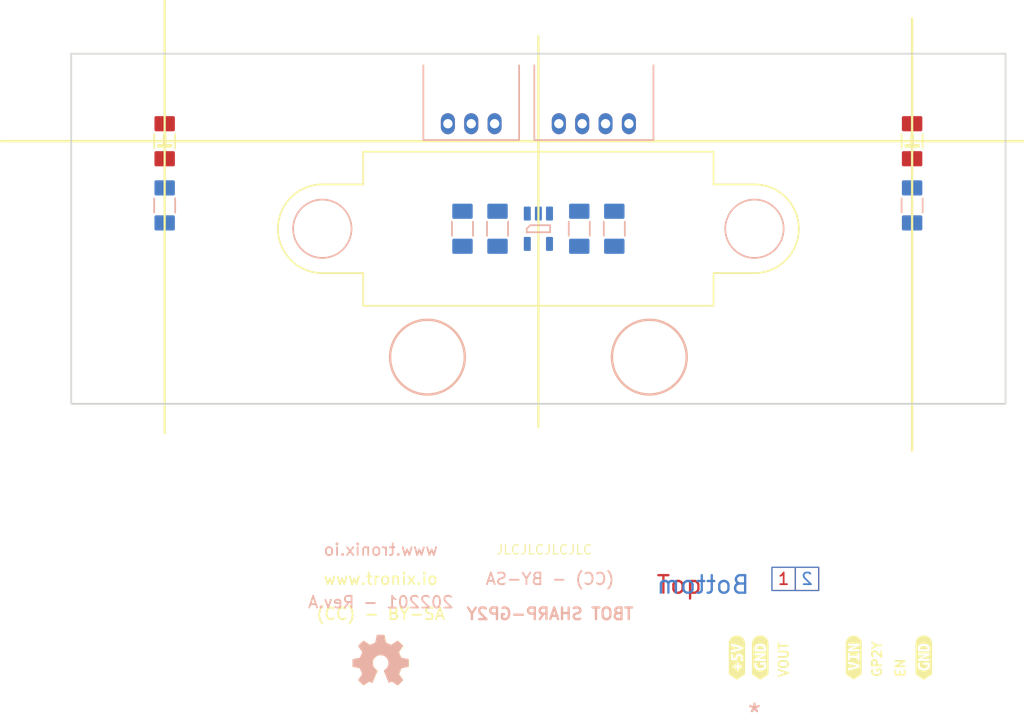
<source format=kicad_pcb>
(kicad_pcb (version 20221018) (generator pcbnew)
  (title_block (title "TBOT - SHARP-GP2Y") (date "01/2022") (rev "A"))
  (layers (0 "F.Cu" signal) (31 "B.Cu" signal) (34 "B.Paste" user) (35 "F.Paste" user) (36 "B.SilkS" user "B.Silkscreen") (37 "F.SilkS" user "F.Silkscreen") (38 "B.Mask" user) (39 "F.Mask" user) (44 "Edge.Cuts" user))
  (net 0 "")
  (net 1 "GND")
  (net 2 "+5V")
  (net 3 "VIN")
  (net 4 "Net-(LED1-A)")
  (net 5 "MCU_ENABLE")
  (net 7 "GP2Y_OUT")
  (net 8 "Net-(LED2-A)")
  (footprint "tronixio:OSHW-5MM" (layer "F.Cu") (at 110.5 122)
    (fp_text reference "GT" hide)
    (fp_text value "LOGO" hide)
    (fp_poly (pts (xy 0.112503 -2.205305) (xy 0.188585 -2.204991) (xy 0.245175 -2.204139) (xy 0.285349 -2.202485) (xy 0.312183 -2.19976) (xy 0.328754 -2.195697) (xy 0.338137 -2.190029) (xy 0.343407 -2.182489) (xy 0.346067 -2.176502) (xy 0.351819 -2.155872) (xy 0.361219 -2.114019) (xy 0.373445 -2.054971) (xy 0.387673 -1.982754) (xy 0.403082 -1.901397) (xy 0.410766 -1.859685) (xy 0.426304 -1.776128) (xy 0.440921 -1.700487) (xy 0.453831 -1.636607) (xy 0.464245 -1.58833) (xy 0.471376 -1.559501) (xy 0.473495 -1.553524) (xy 0.487624 -1.543829) (xy 0.520987 -1.52669) (xy 0.568967 -1.504087) (xy 0.626948 -1.477998) (xy 0.690314 -1.450405) (xy 0.754449 -1.423285) (xy 0.814737 -1.398618) (xy 0.866561 -1.378383) (xy 0.905305 -1.36456) (xy 0.926354 -1.359128) (xy 0.92691 -1.359112) (xy 0.941518 -1.366107) (xy 0.97411 -1.385773) (xy 1.021624 -1.416127) (xy 1.080997 -1.455189) (xy 1.149167 -1.500978) (xy 1.204337 -1.538617) (xy 1.276991 -1.58813) (xy 1.343025 -1.632413) (xy 1.399403 -1.669487) (xy 1.443088 -1.697374) (xy 1.471043 -1.714097) (xy 1.47988 -1.718122) (xy 1.493641 -1.709282) (xy 1.521915 -1.684807) (xy 1.561669 -1.647768) (xy 1.609873 -1.601234) (xy 1.663495 -1.548276) (xy 1.719505 -1.491962) (xy 1.774871 -1.435363) (xy 1.826562 -1.381549) (xy 1.871548 -1.33359) (xy 1.906797 -1.294555) (xy 1.929278 -1.267514) (xy 1.936093 -1.256075) (xy 1.930212 -1.239792) (xy 1.912193 -1.207543) (xy 1.881475 -1.158462) (xy 1.837495 -1.091686) (xy 1.779689 -1.00635) (xy 1.707495 -0.901591) (xy 1.671879 -0.850344) (xy 1.638824 -0.80126) (xy 1.612148 -0.758563) (xy 1.594893 -0.727324) (xy 1.589904 -0.713655) (xy 1.594754 -0.697334) (xy 1.608013 -0.662128) (xy 1.62775 -0.612617) (xy 1.652031 -0.55338) (xy 1.678922 -0.488996) (xy 1.706491 -0.424047) (xy 1.732803 -0.363111) (xy 1.755927 -0.310768) (xy 1.773928 -0.271598) (xy 1.784874 -0.25018) (xy 1.786526 -0.247868) (xy 1.800495 -0.243726) (xy 1.836105 -0.235699) (xy 1.889773 -0.224522) (xy 1.957915 -0.210929) (xy 2.036948 -0.195656) (xy 2.090365 -0.185568) (xy 2.175183 -0.169544) (xy 2.252099 -0.15474) (xy 2.317349 -0.141901) (xy 2.367173 -0.131773) (xy 2.397809 -0.125104) (xy 2.405431 -0.123066) (xy 2.411063 -0.116814) (xy 2.415426 -0.101095) (xy 2.418668 -0.073197) (xy 2.420933 -0.030409) (xy 2.422366 0.02998) (xy 2.423114 0.110684) (xy 2.423321 0.210293) (xy 2.423202 0.310587) (xy 2.422711 0.388201) (xy 2.421649 0.446096) (xy 2.419816 0.487237) (xy 2.417013 0.514584) (xy 2.41304 0.531101) (xy 2.407697 0.53975) (xy 2.400883 0.543466) (xy 2.378661 0.548625) (xy 2.338314 0.556746) (xy 2.286985 0.566415) (xy 2.263049 0.570744) (xy 2.127407 0.595376) (xy 2.016332 0.616479) (xy 1.929018 0.634225) (xy 1.864656 0.64879) (xy 1.82244 0.660347) (xy 1.801562 0.66907) (xy 1.79987 0.670496) (xy 1.791465 0.686078) (xy 1.775685 0.720992) (xy 1.754362 0.770707) (xy 1.729327 0.830694) (xy 1.702414 0.896422) (xy 1.675454 0.96336) (xy 1.650281 1.026979) (xy 1.628726 1.082748) (xy 1.612622 1.126137) (xy 1.603801 1.152615) (xy 1.602692 1.157988) (xy 1.610028 1.172767) (xy 1.63143 1.207108) (xy 1.666036 1.259722) (xy 1.712983 1.329322) (xy 1.771408 1.414621) (xy 1.840447 1.51433) (xy 1.867654 1.553391) (xy 1.897811 1.599113) (xy 1.921185 1.639288) (xy 1.934376 1.667841) (xy 1.936093 1.675677) (xy 1.927103 1.692014) (xy 1.901418 1.723855) (xy 1.860965 1.769075) (xy 1.807672 1.82555) (xy 1.743466 1.891154) (xy 1.71296 1.921664) (xy 1.643302 1.990709) (xy 1.589314 2.043494) (xy 1.548612 2.081971) (xy 1.518813 2.108091) (xy 1.497532 2.123805) (xy 1.482386 2.131066) (xy 1.470991 2.131825) (xy 1.460964 2.128033) (xy 1.460917 2.128008) (xy 1.441892 2.116253) (xy 1.405419 2.09234) (xy 1.355138 2.058707) (xy 1.294686 2.017792) (xy 1.227702 1.972033) (xy 1.210483 1.960205) (xy 1.143557 1.914694) (xy 1.083189 1.874607) (xy 1.032748 1.842104) (xy 0.995605 1.819344) (xy 0.975129 1.808488) (xy 0.972784 1.807875) (xy 0.955044 1.813477) (xy 0.920428 1.82855) (xy 0.874685 1.850498) (xy 0.843591 1.866246) (xy 0.794692 1.890329) (xy 0.754091 1.908142) (xy 0.727189 1.917434) (xy 0.719661 1.917874) (xy 0.71184 1.904564) (xy 0.695873 1.87093) (xy 0.673276 1.820398) (xy 0.645566 1.756397) (xy 0.614262 1.682354) (xy 0.595951 1.638326) (xy 0.555205 1.539832) (xy 0.509885 1.430374) (xy 0.463588 1.318629) (xy 0.419909 1.213275) (xy 0.382617 1.123407) (xy 0.352192 1.049365) (xy 0.325466 0.982847) (xy 0.303922 0.927668) (xy 0.289044 0.887646) (xy 0.282318 0.866596) (xy 0.28208 0.86489) (xy 0.291868 0.850064) (xy 0.317767 0.825757) (xy 0.354572 0.796754) (xy 0.362216 0.791216) (xy 0.47362 0.699405) (xy 0.560778 0.600114) (xy 0.624272 0.492284) (xy 0.664684 0.374854) (xy 0.682594 0.246763) (xy 0.683668 0.205149) (xy 0.672966 0.079705) (xy 0.639876 -0.035509) (xy 0.583362 -0.143051) (xy 0.502387 -0.245478) (xy 0.500128 -0.247901) (xy 0.404266 -0.332655) (xy 0.297367 -0.395917) (xy 0.182586 -0.437559) (xy 0.063074 -0.45745) (xy -0.058015 -0.455461) (xy -0.177529 -0.431461) (xy -0.292317 -0.38532) (xy -0.399224 -0.316909) (xy -0.435557 -0.286461) (xy -0.524789 -0.19034) (xy -0.590858 -0.083248) (xy -0.63358 0.034398) (xy -0.65277 0.162186) (xy -0.653912 0.203806) (xy -0.64477 0.331905) (xy -0.616397 0.446756) (xy -0.567372 0.551025) (xy -0.496276 0.647379) (xy -0.401689 0.738486) (xy -0.345898 0.782346) (xy -0.305473 0.814275) (xy -0.274554 0.84243) (xy -0.257973 0.862253) (xy -0.256436 0.866724) (xy -0.261189 0.882472) (xy -0.274692 0.919019) (xy -0.295811 0.973504) (xy -0.323413 1.043065) (xy -0.356365 1.124837) (xy -0.393532 1.21596) (xy -0.424781 1.291835) (xy -0.466473 1.392714) (xy -0.506757 1.490316) (xy -0.54414 1.581016) (xy -0.57713 1.661187) (xy -0.604234 1.727202) (xy -0.623959 1.775436) (xy -0.631922 1.795053) (xy -0.656173 1.85428) (xy -0.675445 1.89208) (xy -0.695005 1.910535) (xy -0.720119 1.911726) (xy -0.756055 1.897735) (xy -0.80808 1.870643) (xy -0.814523 1.867212) (xy -0.863833 1.841835) (xy -0.905672 1.821875) (xy -0.934272 1.810004) (xy -0.942679 1.807875) (xy -0.957624 1.814831) (xy -0.990452 1.834339) (xy -1.037961 1.864353) (xy -1.096948 1.902829) (xy -1.164211 1.947723) (xy -1.20379 1.974558) (xy -1.273782 2.022017) (xy -1.336742 2.064219) (xy -1.389581 2.099132) (xy -1.429212 2.124728) (xy -1.452547 2.138976) (xy -1.457362 2.141242) (xy -1.468597 2.132572) (xy -1.495354 2.108206) (xy -1.53505 2.070611) (xy -1.585104 2.022252) (xy -1.642932 1.965596) (xy -1.688443 1.920545) (xy -1.754363 1.854061) (xy -1.811428 1.794627) (xy -1.857492 1.744605) (xy -1.890411 1.706358) (xy -1.908038 1.682247) (xy -1.910449 1.676115) (xy -1.903342 1.656709) (xy -1.88402 1.621725) (xy -1.855484 1.576225) (xy -1.822794 1.528185) (xy -1.761853 1.44109) (xy -1.706889 1.361082) (xy -1.659529 1.29063) (xy -1.621397 1.232204) (xy -1.594118 1.188276) (xy -1.579316 1.161316) (xy -1.577082 1.154608) (xy -1.581837 1.136716) (xy -1.594857 1.099854) (xy -1.614275 1.048609) (xy -1.638222 0.987568) (xy -1.664831 0.921316) (xy -1.692235 0.854442) (xy -1.718566 0.791531) (xy -1.741957 0.737171) (xy -1.76054 0.695948) (xy -1.772447 0.672449) (xy -1.774702 0.66925) (xy -1.791569 0.66222) (xy -1.829891 0.651729) (xy -1.885847 0.638647) (xy -1.955617 0.623842) (xy -2.035381 0.608183) (xy -2.07828 0.60022) (xy -2.161621 0.584627) (xy -2.236906 0.569745) (xy -2.300315 0.556391) (xy -2.348033 0.545387) (xy -2.37624 0.537551) (xy -2.381867 0.535051) (xy -2.387099 0.524908) (xy -2.390991 0.502231) (xy -2.393638 0.46456) (xy -2.395134 0.409435) (xy -2.395573 0.334397) (xy -2.39505 0.236985) (xy -2.394689 0.200194) (xy -2.391267 -0.121807) (xy -2.282282 -0.143659) (xy -2.229898 -0.153965) (xy -2.160108 -0.167419) (xy -2.080727 -0.182526) (xy -1.999569 -0.197795) (xy -1.970053 -0.203298) (xy -1.900658 -0.216734) (xy -1.840162 -0.229455) (xy -1.793065 -0.240437) (xy -1.763866 -0.248652) (xy -1.756665 -0.251967) (xy -1.746988 -0.268752) (xy -1.729936 -0.304533) (xy -1.707477 -0.354612) (xy -1.681582 -0.414291) (xy -1.654218 -0.478872) (xy -1.627353 -0.543658) (xy -1.602957 -0.60395) (xy -1.582998 -0.65505) (xy -1.569445 -0.692261) (xy -1.564266 -0.710885) (xy -1.564261 -0.711124) (xy -1.571273 -0.727773) (xy -1.590937 -0.762151) (xy -1.621195 -0.810982) (xy -1.659988 -0.870991) (xy -1.705259 -0.938901) (xy -1.732615 -0.979077) (xy -1.780965 -1.050145) (xy -1.82446 -1.115201) (xy -1.860949 -1.170937) (xy -1.888284 -1.214046) (xy -1.904314 -1.24122) (xy -1.907531 -1.248169) (xy -1.904717 -1.261112) (xy -1.890381 -1.283286) (xy -1.863069 -1.316351) (xy -1.821325 -1.361969) (xy -1.763692 -1.421801) (xy -1.691232 -1.494988) (xy -1.628982 -1.55669) (xy -1.572135 -1.611849) (xy -1.523344 -1.657988) (xy -1.485263 -1.692627) (xy -1.460542 -1.713289) (xy -1.452414 -1.718122) (xy -1.437782 -1.711105) (xy -1.405251 -1.6914) (xy -1.357928 -1.661025) (xy -1.298923 -1.621998) (xy -1.231343 -1.576338) (xy -1.183018 -1.543181) (xy -1.111112 -1.493886) (xy -1.04544 -1.44951) (xy -0.989183 -1.41215) (xy -0.945519 -1.383901) (xy -0.917627 -1.36686) (xy -0.90944 -1.362781) (xy -0.891885 -1.365776) (xy -0.855505 -1.377082) (xy -0.805012 -1.394838) (xy -0.745121 -1.417183) (xy -0.680546 -1.442257) (xy -0.616001 -1.468199) (xy -0.5562 -1.493147) (xy -0.505857 -1.515243) (xy -0.469686 -1.532623) (xy -0.45278 -1.543038) (xy -0.446293 -1.559308) (xy -0.436108 -1.597206) (xy -0.423041 -1.653118) (xy -0.407909 -1.723429) (xy -0.391528 -1.804525) (xy -0.378917 -1.870225) (xy -0.362481 -1.956759) (xy -0.347254 -2.035011) (xy -0.333961 -2.101421) (xy -0.323321 -2.152432) (xy -0.316058 -2.184486) (xy -0.31324 -2.193976) (xy -0.299005 -2.197095) (xy -0.262664 -2.199887) (xy -0.207755 -2.20223) (xy -0.137813 -2.204) (xy -0.056376 -2.205075) (xy 0.013853 -2.205351)) (fill solid) (layer "F.SilkS"))
  )
  (footprint "tronixio:LED-SMD-1206" (layer "F.Cu") (at 92 77.5 -90)
    (fp_text reference "LED1" hide)
    (fp_text value "Power")
    (fp_line (start -0.6 -0.9) (end 0.6 -0.9) (stroke (width 0.15)) (layer "F.SilkS"))
    (fp_line (start -0.6 0.9) (end 0.6 0.9) (stroke (width 0.15)) (layer "F.SilkS"))
    (fp_poly (pts (xy 0.5 0.6) (xy 0.3 0.6) (xy 0.3 0.1) (xy -0.5 0.1) (xy -0.5 -0.1) (xy 0.3 -0.1) (xy 0.3 -0.6) (xy 0.5 -0.6)) (stroke (width 0.1)) (fill solid) (layer "F.SilkS"))
    (pad "1" smd roundrect (at -1.5 0 270) (size 1.3 1.75) (layers "F.Cu" "F.Paste" "F.Mask") (roundrect_rratio 0.1) (net 1 "GND"))
    (pad "2" smd roundrect (at 1.5 0 270) (size 1.3 1.75) (layers "F.Cu" "F.Paste" "F.Mask") (roundrect_rratio 0.1) (net 4 "Net-(LED1-A)"))
  )
  (footprint "tronixio:LED-SMD-1206" (layer "F.Cu") (at 156 77.5 -90)
    (fp_text reference "LED2" hide)
    (fp_text value "Power")
    (fp_line (start -0.6 -0.9) (end 0.6 -0.9) (stroke (width 0.15)) (layer "F.SilkS"))
    (fp_line (start -0.6 0.9) (end 0.6 0.9) (stroke (width 0.15)) (layer "F.SilkS"))
    (fp_poly (pts (xy 0.5 0.6) (xy 0.3 0.6) (xy 0.3 0.1) (xy -0.5 0.1) (xy -0.5 -0.1) (xy 0.3 -0.1) (xy 0.3 -0.6) (xy 0.5 -0.6)) (stroke (width 0.1)) (fill solid) (layer "F.SilkS"))
    (pad "1" smd roundrect (at -1.5 0 270) (size 1.3 1.75) (layers "F.Cu" "F.Paste" "F.Mask") (roundrect_rratio 0.1) (net 1 "GND"))
    (pad "2" smd roundrect (at 1.5 0 270) (size 1.3 1.75) (layers "F.Cu" "F.Paste" "F.Mask") (roundrect_rratio 0.1) (net 8 "Net-(LED2-A)"))
  )
  (footprint "kibuzzard-6288C56E" (layer "F.Cu") (at 157 121.75 90)
    (fp_text reference "kibuzzard-6288C56E" hide)
    (fp_text value "G***" hide)
    (fp_poly (pts (xy 0.724628 0.333375) (xy 0.74209 0.334962) (xy 0.759553 0.334962) (xy 0.871471 0.309562) (xy 0.944496 0.239712) (xy 0.984184 0.134144) (xy 0.993114 0.070048) (xy 0.99609 0) (xy 0.986565 -0.123825) (xy 0.953228 -0.230188) (xy 0.88814 -0.304006) (xy 0.781778 -0.331788) (xy 0.753203 -0.330994) (xy 0.724628 -0.327025) (xy 0.724628 0.333375)) (fill solid) (layer "F.SilkS"))
    (fp_poly (pts (xy -1.100997 -0.7112) (xy -1.431727 -0.7112) (xy -1.90586 0) (xy -1.431727 0.7112) (xy -1.100997 0.7112) (xy -0.69936 0.7112) (xy -0.69936 0.512762) (xy -0.786871 0.504627) (xy -0.865254 0.480219) (xy -0.933715 0.439737) (xy -0.99146 0.383381) (xy -1.037894 0.31115) (xy -1.072422 0.223044) (xy -1.093854 0.119261) (xy -1.100997 0) (xy -1.092663 -0.11807) (xy -1.06766 -0.221456) (xy -1.028369 -0.309761) (xy -0.977172 -0.382588) (xy -0.914863 -0.439539) (xy -0.842235 -0.480219) (xy -0.761669 -0.504627) (xy -0.675547 -0.512763) (xy -0.573154 -0.504031) (xy -0.494572 -0.484188) (xy -0.439804 -0.460375) (xy -0.40726 -0.441325) (xy -0.45806 -0.28575) (xy -0.543785 -0.325438) (xy -0.64856 -0.3429) (xy -0.766035 -0.3175) (xy -0.844616 -0.246856) (xy -0.889066 -0.138906) (xy -0.899186 -0.072827) (xy -0.90256 0) (xy -0.896386 0.107156) (xy -0.877865 0.193675) (xy -0.846997 0.259556) (xy -0.778338 0.322064) (xy -0.683485 0.3429) (xy -0.645385 0.341312) (xy -0.607285 0.33655) (xy -0.607285 -0.022225) (xy -0.412022 -0.022225) (xy -0.412022 0.468312) (xy -0.520766 0.496887) (xy -0.602324 0.508794) (xy -0.69936 0.512762) (xy -0.69936 0.7112) (xy 0.213453 0.7112) (xy 0.213453 0.492125) (xy 0.16768 0.383205) (xy 0.119261 0.274461) (xy 0.068196 0.165894) (xy 0.014486 0.057326) (xy -0.04187 -0.051417) (xy -0.100872 -0.160338) (xy -0.100872 0.492125) (xy -0.277085 0.492125) (xy -0.277085 -0.490538) (xy -0.119922 -0.490538) (xy -0.075472 -0.417711) (xy -0.031022 -0.338931) (xy 0.012832 -0.257373) (xy 0.055496 -0.176213) (xy 0.095978 -0.096441) (xy 0.133284 -0.01905) (xy 0.166423 0.052387) (xy 0.194403 0.1143) (xy 0.194403 -0.490538) (xy 0.370615 -0.490538) (xy 0.370615 0.492125) (xy 0.213453 0.492125) (xy 0.213453 0.7112) (xy 0.738915 0.7112) (xy 0.738915 0.504825) (xy 0.636521 0.499269) (xy 0.529365 0.481012) (xy 0.529365 -0.477838) (xy 0.654778 -0.496888) (xy 0.764315 -0.50165) (xy 0.856985 -0.494506) (xy 0.941321 -0.473075) (xy 1.015339 -0.436364) (xy 1.077053 -0.383381) (xy 1.126464 -0.313928) (xy 1.163571 -0.227806) (xy 1.186789 -0.123627) (xy 1.194528 0) (xy 1.185995 0.126405) (xy 1.160396 0.232569) (xy 1.119717 0.319683) (xy 1.06594 0.388937) (xy 0.99986 0.441127) (xy 0.922271 0.477044) (xy 0.83476 0.49788) (xy 0.738915 0.504825) (xy 0.738915 0.7112) (xy 1.194528 0.7112) (xy 1.19466 0.7112) (xy 1.26437 0.707775) (xy 1.333408 0.697534) (xy 1.40111 0.680576) (xy 1.466824 0.657063) (xy 1.529917 0.627222) (xy 1.589781 0.591341) (xy 1.64584 0.549765) (xy 1.697554 0.502894) (xy 1.744425 0.45118) (xy 1.786001 0.395122) (xy 1.821882 0.335257) (xy 1.851723 0.272164) (xy 1.875236 0.20645) (xy 1.892194 0.138748) (xy 1.902435 0.06971) (xy 1.90586 0) (xy 1.902435 -0.06971) (xy 1.892194 -0.138748) (xy 1.875236 -0.20645) (xy 1.851723 -0.272164) (xy 1.821882 -0.335257) (xy 1.786001 -0.395122) (xy 1.744425 -0.45118) (xy 1.697554 -0.502894) (xy 1.64584 -0.549765) (xy 1.589781 -0.591341) (xy 1.529917 -0.627222) (xy 1.466824 -0.657063) (xy 1.40111 -0.680576) (xy 1.333408 -0.697534) (xy 1.26437 -0.707775) (xy 1.19466 -0.7112) (xy 1.194528 -0.7112) (xy -1.100997 -0.7112)) (fill solid) (layer "F.SilkS"))
  )
  (footprint "kibuzzard-6288C554" (layer "F.Cu") (at 141 121.75 90)
    (fp_text reference "kibuzzard-6288C554" hide)
    (fp_text value "G***" hide)
    (fp_poly (pts (xy -1.100733 -0.700088) (xy -1.431462 -0.700088) (xy -1.898187 0) (xy -1.431462 0.700088) (xy -1.100733 0.700088) (xy -0.68322 0.700088) (xy -0.68322 0.420688) (xy -0.851495 0.420688) (xy -0.851495 0.144462) (xy -1.100733 0.144462) (xy -1.100733 -0.015875) (xy -0.851495 -0.015875) (xy -0.851495 -0.2921) (xy -0.68322 -0.2921) (xy -0.68322 -0.015875) (xy -0.433983 -0.015875) (xy -0.433983 0.144462) (xy -0.68322 0.144462) (xy -0.68322 0.420688) (xy -0.68322 0.700088) (xy -0.049808 0.700088) (xy -0.049808 0.50165) (xy -0.127595 0.496887) (xy -0.203795 0.484981) (xy -0.269677 0.468312) (xy -0.31492 0.45085) (xy -0.275233 0.288925) (xy -0.186333 0.320675) (xy -0.125611 0.331391) (xy -0.051395 0.334963) (xy 0.043061 0.322263) (xy 0.101798 0.289719) (xy 0.131167 0.244475) (xy 0.139105 0.192087) (xy 0.125611 0.116681) (xy 0.071636 0.057944) (xy -0.043458 0.019844) (xy -0.12958 0.009723) (xy -0.23872 0.00635) (xy -0.224433 -0.125611) (xy -0.21332 -0.254794) (xy -0.204986 -0.380405) (xy -0.199033 -0.50165) (xy 0.302617 -0.50165) (xy 0.302617 -0.339725) (xy -0.03552 -0.339725) (xy -0.043458 -0.233363) (xy -0.051395 -0.142875) (xy 0.068726 -0.126647) (xy 0.166621 -0.094897) (xy 0.242292 -0.047625) (xy 0.296091 0.014817) (xy 0.32837 0.092075) (xy 0.33913 0.18415) (xy 0.315317 0.310356) (xy 0.242292 0.411162) (xy 0.187127 0.449262) (xy 0.120055 0.477838) (xy 0.041077 0.495697) (xy -0.049808 0.50165) (xy -0.049808 0.700088) (xy 0.718542 0.700088) (xy 0.718542 0.481012) (xy 0.679252 0.364331) (xy 0.63758 0.233362) (xy 0.609534 0.141376) (xy 0.582546 0.049565) (xy 0.556617 -0.042069) (xy 0.532099 -0.131939) (xy 0.509345 -0.218458) (xy 0.488355 -0.301625) (xy 0.462161 -0.41275) (xy 0.443905 -0.50165) (xy 0.65028 -0.50165) (xy 0.662186 -0.419298) (xy 0.678855 -0.324644) (xy 0.698897 -0.22225) (xy 0.720923 -0.116681) (xy 0.744736 -0.010319) (xy 0.770136 0.094456) (xy 0.796131 0.19308) (xy 0.82173 0.280987) (xy 0.84713 0.19427) (xy 0.87253 0.096044) (xy 0.897136 -0.008731) (xy 0.920155 -0.115094) (xy 0.941586 -0.220861) (xy 0.96143 -0.32385) (xy 0.978892 -0.4191) (xy 0.99318 -0.50165) (xy 1.197967 -0.50165) (xy 1.176734 -0.400844) (xy 1.151136 -0.288925) (xy 1.12137 -0.168473) (xy 1.087636 -0.042069) (xy 1.06303 0.044715) (xy 1.036836 0.132556) (xy 1.009055 0.221456) (xy 0.980127 0.309915) (xy 0.950494 0.396434) (xy 0.920155 0.481012) (xy 0.718542 0.481012) (xy 0.718542 0.700088) (xy 1.197967 0.700088) (xy 1.198099 0.700088) (xy 1.26672 0.696716) (xy 1.33468 0.686636) (xy 1.401324 0.669942) (xy 1.466011 0.646797) (xy 1.528118 0.617422) (xy 1.587047 0.582101) (xy 1.64223 0.541175) (xy 1.693136 0.495037) (xy 1.739274 0.444131) (xy 1.780201 0.388948) (xy 1.815522 0.330019) (xy 1.844896 0.267912) (xy 1.868041 0.203225) (xy 1.884735 0.13658) (xy 1.894816 0.068621) (xy 1.898187 0) (xy 1.894816 -0.068621) (xy 1.884735 -0.13658) (xy 1.868041 -0.203225) (xy 1.844896 -0.267912) (xy 1.815522 -0.330019) (xy 1.780201 -0.388948) (xy 1.739274 -0.444131) (xy 1.693136 -0.495037) (xy 1.64223 -0.541175) (xy 1.587047 -0.582101) (xy 1.528118 -0.617422) (xy 1.466011 -0.646797) (xy 1.401324 -0.669942) (xy 1.33468 -0.686636) (xy 1.26672 -0.696716) (xy 1.198099 -0.700088) (xy 1.197967 -0.700088) (xy -1.100733 -0.700088)) (fill solid) (layer "F.SilkS"))
  )
  (footprint "tronixio:SHARP-GP2Y0A" (layer "F.Cu") (at 124 85)
    (fp_text reference "IR1" hide)
    (fp_text value "GP2Y0xx1")
    (fp_circle (center -18.5 0) (end -16 0) (stroke (width 0.15)) (fill none) (layer "B.SilkS"))
    (fp_circle (center 18.5 0) (end 21 0) (stroke (width 0.15)) (fill none) (layer "B.SilkS"))
    (fp_line (start -18.5 3.8) (end -15 3.8) (stroke (width 0.15)) (layer "F.SilkS"))
    (fp_line (start -15 -6.6) (end -15 -3.8) (stroke (width 0.15)) (layer "F.SilkS"))
    (fp_line (start -15 -6.6) (end 15 -6.6) (stroke (width 0.15)) (layer "F.SilkS"))
    (fp_line (start -15 -3.8) (end -18.5 -3.8) (stroke (width 0.15)) (layer "F.SilkS"))
    (fp_line (start -15 3.8) (end -15 6.6) (stroke (width 0.15)) (layer "F.SilkS"))
    (fp_line (start -15 6.6) (end 15 6.6) (stroke (width 0.15)) (layer "F.SilkS"))
    (fp_line (start 15 -3.8) (end 15 -6.6) (stroke (width 0.15)) (layer "F.SilkS"))
    (fp_line (start 15 3.8) (end 18.5 3.8) (stroke (width 0.15)) (layer "F.SilkS"))
    (fp_line (start 15 6.6) (end 15 3.8) (stroke (width 0.15)) (layer "F.SilkS"))
    (fp_line (start 18.5 -3.8) (end 15 -3.8) (stroke (width 0.15)) (layer "F.SilkS"))
    (fp_arc (start -18.5 3.8) (mid -22.3 0) (end -18.5 -3.8) (stroke (width 0.15)) (layer "F.SilkS"))
    (fp_arc (start 18.5 -3.8) (mid 22.3 0) (end 18.5 3.8) (stroke (width 0.15)) (layer "F.SilkS"))
    (pad "" np_thru_hole circle (at -18.5 0) (size 3 3) (drill 3) (layers "F&B.Cu" "*.Mask") (clearance 1))
    (pad "" np_thru_hole circle (at 18.5 0) (size 3 3) (drill 3) (layers "F&B.Cu" "*.Mask") (clearance 1))
  )
  (footprint "kibuzzard-6288C567" (layer "F.Cu") (at 151 121.75 90)
    (fp_text reference "kibuzzard-6288C567" hide)
    (fp_text value "G***" hide)
    (fp_poly (pts (xy -1.093457 -0.689769) (xy -1.424186 -0.689769) (xy -1.884032 0) (xy -1.424186 0.689769) (xy -1.093457 0.689769) (xy -0.818819 0.689769) (xy -0.818819 0.491331) (xy -0.85811 0.37465) (xy -0.899782 0.243681) (xy -0.927828 0.151694) (xy -0.954815 0.059884) (xy -0.980744 -0.03175) (xy -1.005262 -0.12162) (xy -1.028016 -0.208139) (xy -1.049007 -0.291306) (xy -1.075201 -0.402431) (xy -1.093457 -0.491331) (xy -0.887082 -0.491331) (xy -0.875176 -0.40898) (xy -0.858507 -0.314325) (xy -0.838465 -0.211931) (xy -0.816438 -0.106363) (xy -0.792626 0) (xy -0.767226 0.104775) (xy -0.74123 0.203398) (xy -0.715632 0.291306) (xy -0.690232 0.204589) (xy -0.664832 0.106362) (xy -0.640226 0.001587) (xy -0.617207 -0.104775) (xy -0.595776 -0.210542) (xy -0.575932 -0.313531) (xy -0.558469 -0.408781) (xy -0.544182 -0.491331) (xy -0.339394 -0.491331) (xy -0.360627 -0.390525) (xy -0.386226 -0.278606) (xy -0.415991 -0.158155) (xy -0.449726 -0.03175) (xy -0.474332 0.055033) (xy -0.500526 0.142875) (xy -0.528307 0.231775) (xy -0.557235 0.320234) (xy -0.586868 0.406753) (xy -0.617207 0.491331) (xy -0.818819 0.491331) (xy -0.818819 0.689769) (xy -0.234619 0.689769) (xy -0.234619 0.491331) (xy -0.234619 0.329406) (xy -0.020307 0.329406) (xy -0.020307 -0.329406) (xy -0.234619 -0.329406) (xy -0.234619 -0.491331) (xy 0.389268 -0.491331) (xy 0.389268 -0.329406) (xy 0.176543 -0.329406) (xy 0.176543 0.329406) (xy 0.389268 0.329406) (xy 0.389268 0.491331) (xy -0.234619 0.491331) (xy -0.234619 0.689769) (xy 1.036968 0.689769) (xy 1.036968 0.491331) (xy 0.991195 0.382411) (xy 0.942777 0.273667) (xy 0.891712 0.1651) (xy 0.838002 0.056533) (xy 0.781645 -0.052211) (xy 0.722643 -0.161131) (xy 0.722643 0.491331) (xy 0.546431 0.491331) (xy 0.546431 -0.491331) (xy 0.703593 -0.491331) (xy 0.748043 -0.418505) (xy 0.792493 -0.339725) (xy 0.836348 -0.258167) (xy 0.879012 -0.177006) (xy 0.919493 -0.097234) (xy 0.956799 -0.019844) (xy 0.989939 0.051594) (xy 1.017918 0.113506) (xy 1.017918 -0.491331) (xy 1.194131 -0.491331) (xy 1.194131 0.491331) (xy 1.036968 0.491331) (xy 1.036968 0.689769) (xy 1.194131 0.689769) (xy 1.194263 0.689769) (xy 1.261872 0.686447) (xy 1.32883 0.676515) (xy 1.394492 0.660068) (xy 1.458226 0.637263) (xy 1.519418 0.608322) (xy 1.577478 0.573522) (xy 1.631848 0.533198) (xy 1.682003 0.48774) (xy 1.727461 0.437585) (xy 1.767785 0.383215) (xy 1.802585 0.325155) (xy 1.831526 0.263963) (xy 1.854331 0.200229) (xy 1.870778 0.134567) (xy 1.88071 0.067609) (xy 1.884032 0) (xy 1.88071 -0.067609) (xy 1.870778 -0.134567) (xy 1.854331 -0.200229) (xy 1.831526 -0.263963) (xy 1.802585 -0.325155) (xy 1.767785 -0.383215) (xy 1.727461 -0.437585) (xy 1.682003 -0.48774) (xy 1.631848 -0.533198) (xy 1.577478 -0.573522) (xy 1.519418 -0.608322) (xy 1.458226 -0.637263) (xy 1.394492 -0.660068) (xy 1.32883 -0.676515) (xy 1.261872 -0.686447) (xy 1.194263 -0.689769) (xy 1.194131 -0.689769) (xy -1.093457 -0.689769)) (fill solid) (layer "F.SilkS"))
  )
  (footprint "kibuzzard-6288C562" (layer "F.Cu") (at 143 121.75 90)
    (fp_text reference "kibuzzard-6288C562" hide)
    (fp_text value "G***" hide)
    (fp_poly (pts (xy 0.724628 0.333375) (xy 0.74209 0.334962) (xy 0.759553 0.334962) (xy 0.871471 0.309562) (xy 0.944496 0.239712) (xy 0.984184 0.134144) (xy 0.993114 0.070048) (xy 0.99609 0) (xy 0.986565 -0.123825) (xy 0.953228 -0.230188) (xy 0.88814 -0.304006) (xy 0.781778 -0.331788) (xy 0.753203 -0.330994) (xy 0.724628 -0.327025) (xy 0.724628 0.333375)) (fill solid) (layer "F.SilkS"))
    (fp_poly (pts (xy -1.100997 -0.7112) (xy -1.431727 -0.7112) (xy -1.90586 0) (xy -1.431727 0.7112) (xy -1.100997 0.7112) (xy -0.69936 0.7112) (xy -0.69936 0.512762) (xy -0.786871 0.504627) (xy -0.865254 0.480219) (xy -0.933715 0.439737) (xy -0.99146 0.383381) (xy -1.037894 0.31115) (xy -1.072422 0.223044) (xy -1.093854 0.119261) (xy -1.100997 0) (xy -1.092663 -0.11807) (xy -1.06766 -0.221456) (xy -1.028369 -0.309761) (xy -0.977172 -0.382588) (xy -0.914863 -0.439539) (xy -0.842235 -0.480219) (xy -0.761669 -0.504627) (xy -0.675547 -0.512763) (xy -0.573154 -0.504031) (xy -0.494572 -0.484188) (xy -0.439804 -0.460375) (xy -0.40726 -0.441325) (xy -0.45806 -0.28575) (xy -0.543785 -0.325438) (xy -0.64856 -0.3429) (xy -0.766035 -0.3175) (xy -0.844616 -0.246856) (xy -0.889066 -0.138906) (xy -0.899186 -0.072827) (xy -0.90256 0) (xy -0.896386 0.107156) (xy -0.877865 0.193675) (xy -0.846997 0.259556) (xy -0.778338 0.322064) (xy -0.683485 0.3429) (xy -0.645385 0.341312) (xy -0.607285 0.33655) (xy -0.607285 -0.022225) (xy -0.412022 -0.022225) (xy -0.412022 0.468312) (xy -0.520766 0.496887) (xy -0.602324 0.508794) (xy -0.69936 0.512762) (xy -0.69936 0.7112) (xy 0.213453 0.7112) (xy 0.213453 0.492125) (xy 0.16768 0.383205) (xy 0.119261 0.274461) (xy 0.068196 0.165894) (xy 0.014486 0.057326) (xy -0.04187 -0.051417) (xy -0.100872 -0.160338) (xy -0.100872 0.492125) (xy -0.277085 0.492125) (xy -0.277085 -0.490538) (xy -0.119922 -0.490538) (xy -0.075472 -0.417711) (xy -0.031022 -0.338931) (xy 0.012832 -0.257373) (xy 0.055496 -0.176213) (xy 0.095978 -0.096441) (xy 0.133284 -0.01905) (xy 0.166423 0.052387) (xy 0.194403 0.1143) (xy 0.194403 -0.490538) (xy 0.370615 -0.490538) (xy 0.370615 0.492125) (xy 0.213453 0.492125) (xy 0.213453 0.7112) (xy 0.738915 0.7112) (xy 0.738915 0.504825) (xy 0.636521 0.499269) (xy 0.529365 0.481012) (xy 0.529365 -0.477838) (xy 0.654778 -0.496888) (xy 0.764315 -0.50165) (xy 0.856985 -0.494506) (xy 0.941321 -0.473075) (xy 1.015339 -0.436364) (xy 1.077053 -0.383381) (xy 1.126464 -0.313928) (xy 1.163571 -0.227806) (xy 1.186789 -0.123627) (xy 1.194528 0) (xy 1.185995 0.126405) (xy 1.160396 0.232569) (xy 1.119717 0.319683) (xy 1.06594 0.388937) (xy 0.99986 0.441127) (xy 0.922271 0.477044) (xy 0.83476 0.49788) (xy 0.738915 0.504825) (xy 0.738915 0.7112) (xy 1.194528 0.7112) (xy 1.19466 0.7112) (xy 1.26437 0.707775) (xy 1.333408 0.697534) (xy 1.40111 0.680576) (xy 1.466824 0.657063) (xy 1.529917 0.627222) (xy 1.589781 0.591341) (xy 1.64584 0.549765) (xy 1.697554 0.502894) (xy 1.744425 0.45118) (xy 1.786001 0.395122) (xy 1.821882 0.335257) (xy 1.851723 0.272164) (xy 1.875236 0.20645) (xy 1.892194 0.138748) (xy 1.902435 0.06971) (xy 1.90586 0) (xy 1.902435 -0.06971) (xy 1.892194 -0.138748) (xy 1.875236 -0.20645) (xy 1.851723 -0.272164) (xy 1.821882 -0.335257) (xy 1.786001 -0.395122) (xy 1.744425 -0.45118) (xy 1.697554 -0.502894) (xy 1.64584 -0.549765) (xy 1.589781 -0.591341) (xy 1.529917 -0.627222) (xy 1.466824 -0.657063) (xy 1.40111 -0.680576) (xy 1.333408 -0.697534) (xy 1.26437 -0.707775) (xy 1.19466 -0.7112) (xy 1.194528 -0.7112) (xy -1.100997 -0.7112)) (fill solid) (layer "F.SilkS"))
  )
  (footprint "tronixio:MOUNTING-HOLE-3MM-MASK" (layer "B.Cu") (at 114.5 96 180)
    (fp_text reference "H2" hide)
    (fp_text value "MOUNTING-HOLE-MASK-3MM" hide)
    (fp_circle (center 0 0) (end 3.2 0) (stroke (width 0.2)) (fill none) (layer "B.SilkS"))
    (fp_circle (center 0 0) (end 3.2 0) (stroke (width 0.2)) (fill none) (layer "F.SilkS"))
    (pad "" np_thru_hole circle locked (at 0 0 180) (size 3 3) (drill 3) (layers "F&B.Cu" "*.Mask") (clearance 1.5))
  )
  (footprint "tronixio:CAPACITOR-SMD-1206" (layer "B.Cu") (at 127.5 85 -90)
    (fp_text reference "C2" hide)
    (fp_text value "1µ")
    (fp_line (start -0.6 -0.9) (end 0.6 -0.9) (stroke (width 0.15)) (layer "B.SilkS"))
    (fp_line (start -0.6 0.9) (end 0.6 0.9) (stroke (width 0.15)) (layer "B.SilkS"))
    (pad "1" smd roundrect (at -1.5 0 270) (size 1.3 1.75) (layers "B.Cu" "B.Paste" "B.Mask") (roundrect_rratio 0.1) (net 2 "+5V"))
    (pad "2" smd roundrect (at 1.5 0 270) (size 1.3 1.75) (layers "B.Cu" "B.Paste" "B.Mask") (roundrect_rratio 0.1) (net 1 "GND"))
  )
  (footprint "tronixio:RESISTOR-SMD-1206" (layer "B.Cu") (at 117.5 85 90)
    (fp_text reference "R4" hide)
    (fp_text value "10k")
    (fp_line (start -0.6 -0.9) (end 0.6 -0.9) (stroke (width 0.15)) (layer "B.SilkS"))
    (fp_line (start -0.6 0.9) (end 0.6 0.9) (stroke (width 0.15)) (layer "B.SilkS"))
    (pad "1" smd roundrect (at -1.5 0 90) (size 1.3 1.75) (layers "B.Cu" "B.Paste" "B.Mask") (roundrect_rratio 0.1) (net 2 "+5V"))
    (pad "2" smd roundrect (at 1.5 0 90) (size 1.3 1.75) (layers "B.Cu" "B.Paste" "B.Mask") (roundrect_rratio 0.1) (net 7 "GP2Y_OUT"))
  )
  (footprint "tronixio:SOT-23-5" (layer "B.Cu") (at 124 85 -90)
    (fp_text reference "U1" hide)
    (fp_text value "MCP1755-50")
    (fp_line (start -0.3 -1) (end 0.3 -1) (stroke (width 0.15)) (layer "B.SilkS"))
    (fp_line (start -0.3 0.7) (end -0.3 -1) (stroke (width 0.15)) (layer "B.SilkS"))
    (fp_line (start 0 1) (end -0.3 0.7) (stroke (width 0.15)) (layer "B.SilkS"))
    (fp_line (start 0.3 -1) (end 0.3 1) (stroke (width 0.15)) (layer "B.SilkS"))
    (fp_line (start 0.3 1) (end 0 1) (stroke (width 0.15)) (layer "B.SilkS"))
    (pad "1" smd roundrect (at -1.3 0.95 270) (size 1.2 0.6) (layers "B.Cu" "B.Paste" "B.Mask") (roundrect_rratio 0.15) (net 3 "VIN"))
    (pad "2" smd roundrect (at -1.3 0 270) (size 1.2 0.6) (layers "B.Cu" "B.Paste" "B.Mask") (roundrect_rratio 0.15) (net 1 "GND"))
    (pad "3" smd roundrect (at -1.3 -0.95 270) (size 1.2 0.6) (layers "B.Cu" "B.Paste" "B.Mask") (roundrect_rratio 0.15) (net 5 "MCU_ENABLE"))
    (pad "4" smd roundrect (at 1.3 -0.95 270) (size 1.2 0.6) (layers "B.Cu" "B.Paste" "B.Mask") (roundrect_rratio 0.15))
    (pad "5" smd roundrect (at 1.3 0.95 270) (size 1.2 0.6) (layers "B.Cu" "B.Paste" "B.Mask") (roundrect_rratio 0.15) (net 2 "+5V"))
  )
  (footprint "tronixio:CAPACITOR-SMD-1206" (layer "B.Cu") (at 120.5 85 -90)
    (fp_text reference "C1" hide)
    (fp_text value "1µ")
    (fp_line (start -0.6 -0.9) (end 0.6 -0.9) (stroke (width 0.15)) (layer "B.SilkS"))
    (fp_line (start -0.6 0.9) (end 0.6 0.9) (stroke (width 0.15)) (layer "B.SilkS"))
    (pad "1" smd roundrect (at -1.5 0 270) (size 1.3 1.75) (layers "B.Cu" "B.Paste" "B.Mask") (roundrect_rratio 0.1) (net 3 "VIN"))
    (pad "2" smd roundrect (at 1.5 0 270) (size 1.3 1.75) (layers "B.Cu" "B.Paste" "B.Mask") (roundrect_rratio 0.1) (net 1 "GND"))
  )
  (footprint "tronixio:MOUNTING-HOLE-3MM-MASK" (layer "B.Cu") (at 133.5 96 90)
    (fp_text reference "H1" hide)
    (fp_text value "MOUNTING-HOLE-MASK-3MM" hide)
    (fp_circle (center 0 0) (end 3.2 0) (stroke (width 0.2)) (fill none) (layer "B.SilkS"))
    (fp_circle (center 0 0) (end 3.2 0) (stroke (width 0.2)) (fill none) (layer "F.SilkS"))
    (pad "" np_thru_hole circle locked (at 0 0 90) (size 3 3) (drill 3) (layers "F&B.Cu" "*.Mask") (clearance 1.5))
  )
  (footprint "tronixio:RESISTOR-SMD-1206" (layer "B.Cu") (at 130.5 85 -90)
    (fp_text reference "R1" hide)
    (fp_text value "100k")
    (fp_line (start -0.6 -0.9) (end 0.6 -0.9) (stroke (width 0.15)) (layer "B.SilkS"))
    (fp_line (start -0.6 0.9) (end 0.6 0.9) (stroke (width 0.15)) (layer "B.SilkS"))
    (pad "1" smd roundrect (at -1.5 0 270) (size 1.3 1.75) (layers "B.Cu" "B.Paste" "B.Mask") (roundrect_rratio 0.1) (net 5 "MCU_ENABLE"))
    (pad "2" smd roundrect (at 1.5 0 270) (size 1.3 1.75) (layers "B.Cu" "B.Paste" "B.Mask") (roundrect_rratio 0.1) (net 1 "GND"))
  )
  (footprint "tronixio:RESISTOR-SMD-1206" (layer "B.Cu") (at 92 83 90)
    (fp_text reference "R2" hide)
    (fp_text value "4k7")
    (fp_line (start -0.6 -0.9) (end 0.6 -0.9) (stroke (width 0.15)) (layer "B.SilkS"))
    (fp_line (start -0.6 0.9) (end 0.6 0.9) (stroke (width 0.15)) (layer "B.SilkS"))
    (pad "1" smd roundrect (at -1.5 0 90) (size 1.3 1.75) (layers "B.Cu" "B.Paste" "B.Mask") (roundrect_rratio 0.1) (net 2 "+5V"))
    (pad "2" smd roundrect (at 1.5 0 90) (size 1.3 1.75) (layers "B.Cu" "B.Paste" "B.Mask") (roundrect_rratio 0.1) (net 4 "Net-(LED1-A)"))
  )
  (footprint "tronixio:MOLEX-532540470" (layer "B.Cu") (at 131.75 76 180)
    (fp_text reference "K2" hide)
    (fp_text value "MCU")
    (fp_line (start -2.1 -1.4) (end 8.1 -1.4) (stroke (width 0.15)) (layer "B.SilkS"))
    (fp_line (start -2.1 5) (end -2.1 -1.4) (stroke (width 0.15)) (layer "B.SilkS"))
    (fp_line (start 8.1 -1.4) (end 8.1 5) (stroke (width 0.15)) (layer "B.SilkS"))
    (pad "1" thru_hole oval (at 0 0 180) (size 1.2 1.8) (drill 0.8) (layers "*.Cu" "*.Mask") (net 1 "GND"))
    (pad "2" thru_hole oval (at 2 0 180) (size 1.2 1.8) (drill 0.8) (layers "*.Cu" "*.Mask") (net 5 "MCU_ENABLE"))
    (pad "3" thru_hole oval (at 4 0 180) (size 1.2 1.8) (drill 0.8) (layers "*.Cu" "*.Mask") (net 7 "GP2Y_OUT"))
    (pad "4" thru_hole oval (at 6 0 180) (size 1.2 1.8) (drill 0.8) (layers "*.Cu" "*.Mask") (net 3 "VIN"))
  )
  (footprint "tronixio:OSHW-5MM" (layer "B.Cu") (at 110.5 122 180)
    (fp_text reference "GB" hide)
    (fp_text value "LOGO" hide)
    (fp_poly (pts (xy 0.112503 2.205305) (xy 0.188585 2.204991) (xy 0.245175 2.204139) (xy 0.285349 2.202485) (xy 0.312183 2.19976) (xy 0.328754 2.195697) (xy 0.338137 2.190029) (xy 0.343407 2.182489) (xy 0.346067 2.176502) (xy 0.351819 2.155872) (xy 0.361219 2.114019) (xy 0.373445 2.054971) (xy 0.387673 1.982754) (xy 0.403082 1.901397) (xy 0.410766 1.859685) (xy 0.426304 1.776128) (xy 0.440921 1.700487) (xy 0.453831 1.636607) (xy 0.464245 1.58833) (xy 0.471376 1.559501) (xy 0.473495 1.553524) (xy 0.487624 1.543829) (xy 0.520987 1.52669) (xy 0.568967 1.504087) (xy 0.626948 1.477998) (xy 0.690314 1.450405) (xy 0.754449 1.423285) (xy 0.814737 1.398618) (xy 0.866561 1.378383) (xy 0.905305 1.36456) (xy 0.926354 1.359128) (xy 0.92691 1.359112) (xy 0.941518 1.366107) (xy 0.97411 1.385773) (xy 1.021624 1.416127) (xy 1.080997 1.455189) (xy 1.149167 1.500978) (xy 1.204337 1.538617) (xy 1.276991 1.58813) (xy 1.343025 1.632413) (xy 1.399403 1.669487) (xy 1.443088 1.697374) (xy 1.471043 1.714097) (xy 1.47988 1.718122) (xy 1.493641 1.709282) (xy 1.521915 1.684807) (xy 1.561669 1.647768) (xy 1.609873 1.601234) (xy 1.663495 1.548276) (xy 1.719505 1.491962) (xy 1.774871 1.435363) (xy 1.826562 1.381549) (xy 1.871548 1.33359) (xy 1.906797 1.294555) (xy 1.929278 1.267514) (xy 1.936093 1.256075) (xy 1.930212 1.239792) (xy 1.912193 1.207543) (xy 1.881475 1.158462) (xy 1.837495 1.091686) (xy 1.779689 1.00635) (xy 1.707495 0.901591) (xy 1.671879 0.850344) (xy 1.638824 0.80126) (xy 1.612148 0.758563) (xy 1.594893 0.727324) (xy 1.589904 0.713655) (xy 1.594754 0.697334) (xy 1.608013 0.662128) (xy 1.62775 0.612617) (xy 1.652031 0.55338) (xy 1.678922 0.488996) (xy 1.706491 0.424047) (xy 1.732803 0.363111) (xy 1.755927 0.310768) (xy 1.773928 0.271598) (xy 1.784874 0.25018) (xy 1.786526 0.247868) (xy 1.800495 0.243726) (xy 1.836105 0.235699) (xy 1.889773 0.224522) (xy 1.957915 0.210929) (xy 2.036948 0.195656) (xy 2.090365 0.185568) (xy 2.175183 0.169544) (xy 2.252099 0.15474) (xy 2.317349 0.141901) (xy 2.367173 0.131773) (xy 2.397809 0.125104) (xy 2.405431 0.123066) (xy 2.411063 0.116814) (xy 2.415426 0.101095) (xy 2.418668 0.073197) (xy 2.420933 0.030409) (xy 2.422366 -0.02998) (xy 2.423114 -0.110684) (xy 2.423321 -0.210293) (xy 2.423202 -0.310587) (xy 2.422711 -0.388201) (xy 2.421649 -0.446096) (xy 2.419816 -0.487237) (xy 2.417013 -0.514584) (xy 2.41304 -0.531101) (xy 2.407697 -0.53975) (xy 2.400883 -0.543466) (xy 2.378661 -0.548625) (xy 2.338314 -0.556746) (xy 2.286985 -0.566415) (xy 2.263049 -0.570744) (xy 2.127407 -0.595376) (xy 2.016332 -0.616479) (xy 1.929018 -0.634225) (xy 1.864656 -0.64879) (xy 1.82244 -0.660347) (xy 1.801562 -0.66907) (xy 1.79987 -0.670496) (xy 1.791465 -0.686078) (xy 1.775685 -0.720992) (xy 1.754362 -0.770707) (xy 1.729327 -0.830694) (xy 1.702414 -0.896422) (xy 1.675454 -0.96336) (xy 1.650281 -1.026979) (xy 1.628726 -1.082748) (xy 1.612622 -1.126137) (xy 1.603801 -1.152615) (xy 1.602692 -1.157988) (xy 1.610028 -1.172767) (xy 1.63143 -1.207108) (xy 1.666036 -1.259722) (xy 1.712983 -1.329322) (xy 1.771408 -1.414621) (xy 1.840447 -1.51433) (xy 1.867654 -1.553391) (xy 1.897811 -1.599113) (xy 1.921185 -1.639288) (xy 1.934376 -1.667841) (xy 1.936093 -1.675677) (xy 1.927103 -1.692014) (xy 1.901418 -1.723855) (xy 1.860965 -1.769075) (xy 1.807672 -1.82555) (xy 1.743466 -1.891154) (xy 1.71296 -1.921664) (xy 1.643302 -1.990709) (xy 1.589314 -2.043494) (xy 1.548612 -2.081971) (xy 1.518813 -2.108091) (xy 1.497532 -2.123805) (xy 1.482386 -2.131066) (xy 1.470991 -2.131825) (xy 1.460964 -2.128033) (xy 1.460917 -2.128008) (xy 1.441892 -2.116253) (xy 1.405419 -2.09234) (xy 1.355138 -2.058707) (xy 1.294686 -2.017792) (xy 1.227702 -1.972033) (xy 1.210483 -1.960205) (xy 1.143557 -1.914694) (xy 1.083189 -1.874607) (xy 1.032748 -1.842104) (xy 0.995605 -1.819344) (xy 0.975129 -1.808488) (xy 0.972784 -1.807875) (xy 0.955044 -1.813477) (xy 0.920428 -1.82855) (xy 0.874685 -1.850498) (xy 0.843591 -1.866246) (xy 0.794692 -1.890329) (xy 0.754091 -1.908142) (xy 0.727189 -1.917434) (xy 0.719661 -1.917874) (xy 0.71184 -1.904564) (xy 0.695873 -1.87093) (xy 0.673276 -1.820398) (xy 0.645566 -1.756397) (xy 0.614262 -1.682354) (xy 0.595951 -1.638326) (xy 0.555205 -1.539832) (xy 0.509885 -1.430374) (xy 0.463588 -1.318629) (xy 0.419909 -1.213275) (xy 0.382617 -1.123407) (xy 0.352192 -1.049365) (xy 0.325466 -0.982847) (xy 0.303922 -0.927668) (xy 0.289044 -0.887646) (xy 0.282318 -0.866596) (xy 0.28208 -0.86489) (xy 0.291868 -0.850064) (xy 0.317767 -0.825757) (xy 0.354572 -0.796754) (xy 0.362216 -0.791216) (xy 0.47362 -0.699405) (xy 0.560778 -0.600114) (xy 0.624272 -0.492284) (xy 0.664684 -0.374854) (xy 0.682594 -0.246763) (xy 0.683668 -0.205149) (xy 0.672966 -0.079705) (xy 0.639876 0.035509) (xy 0.583362 0.143051) (xy 0.502387 0.245478) (xy 0.500128 0.247901) (xy 0.404266 0.332655) (xy 0.297367 0.395917) (xy 0.182586 0.437559) (xy 0.063074 0.45745) (xy -0.058015 0.455461) (xy -0.177529 0.431461) (xy -0.292317 0.38532) (xy -0.399224 0.316909) (xy -0.435557 0.286461) (xy -0.524789 0.19034) (xy -0.590858 0.083248) (xy -0.63358 -0.034398) (xy -0.65277 -0.162186) (xy -0.653912 -0.203806) (xy -0.64477 -0.331905) (xy -0.616397 -0.446756) (xy -0.567372 -0.551025) (xy -0.496276 -0.647379) (xy -0.401689 -0.738486) (xy -0.345898 -0.782346) (xy -0.305473 -0.814275) (xy -0.274554 -0.84243) (xy -0.257973 -0.862253) (xy -0.256436 -0.866724) (xy -0.261189 -0.882472) (xy -0.274692 -0.919019) (xy -0.295811 -0.973504) (xy -0.323413 -1.043065) (xy -0.356365 -1.124837) (xy -0.393532 -1.21596) (xy -0.424781 -1.291835) (xy -0.466473 -1.392714) (xy -0.506757 -1.490316) (xy -0.54414 -1.581016) (xy -0.57713 -1.661187) (xy -0.604234 -1.727202) (xy -0.623959 -1.775436) (xy -0.631922 -1.795053) (xy -0.656173 -1.85428) (xy -0.675445 -1.89208) (xy -0.695005 -1.910535) (xy -0.720119 -1.911726) (xy -0.756055 -1.897735) (xy -0.80808 -1.870643) (xy -0.814523 -1.867212) (xy -0.863833 -1.841835) (xy -0.905672 -1.821875) (xy -0.934272 -1.810004) (xy -0.942679 -1.807875) (xy -0.957624 -1.814831) (xy -0.990452 -1.834339) (xy -1.037961 -1.864353) (xy -1.096948 -1.902829) (xy -1.164211 -1.947723) (xy -1.20379 -1.974558) (xy -1.273782 -2.022017) (xy -1.336742 -2.064219) (xy -1.389581 -2.099132) (xy -1.429212 -2.124728) (xy -1.452547 -2.138976) (xy -1.457362 -2.141242) (xy -1.468597 -2.132572) (xy -1.495354 -2.108206) (xy -1.53505 -2.070611) (xy -1.585104 -2.022252) (xy -1.642932 -1.965596) (xy -1.688443 -1.920545) (xy -1.754363 -1.854061) (xy -1.811428 -1.794627) (xy -1.857492 -1.744605) (xy -1.890411 -1.706358) (xy -1.908038 -1.682247) (xy -1.910449 -1.676115) (xy -1.903342 -1.656709) (xy -1.88402 -1.621725) (xy -1.855484 -1.576225) (xy -1.822794 -1.528185) (xy -1.761853 -1.44109) (xy -1.706889 -1.361082) (xy -1.659529 -1.29063) (xy -1.621397 -1.232204) (xy -1.594118 -1.188276) (xy -1.579316 -1.161316) (xy -1.577082 -1.154608) (xy -1.581837 -1.136716) (xy -1.594857 -1.099854) (xy -1.614275 -1.048609) (xy -1.638222 -0.987568) (xy -1.664831 -0.921316) (xy -1.692235 -0.854442) (xy -1.718566 -0.791531) (xy -1.741957 -0.737171) (xy -1.76054 -0.695948) (xy -1.772447 -0.672449) (xy -1.774702 -0.66925) (xy -1.791569 -0.66222) (xy -1.829891 -0.651729) (xy -1.885847 -0.638647) (xy -1.955617 -0.623842) (xy -2.035381 -0.608183) (xy -2.07828 -0.60022) (xy -2.161621 -0.584627) (xy -2.236906 -0.569745) (xy -2.300315 -0.556391) (xy -2.348033 -0.545387) (xy -2.37624 -0.537551) (xy -2.381867 -0.535051) (xy -2.387099 -0.524908) (xy -2.390991 -0.502231) (xy -2.393638 -0.46456) (xy -2.395134 -0.409435) (xy -2.395573 -0.334397) (xy -2.39505 -0.236985) (xy -2.394689 -0.200194) (xy -2.391267 0.121807) (xy -2.282282 0.143659) (xy -2.229898 0.153965) (xy -2.160108 0.167419) (xy -2.080727 0.182526) (xy -1.999569 0.197795) (xy -1.970053 0.203298) (xy -1.900658 0.216734) (xy -1.840162 0.229455) (xy -1.793065 0.240437) (xy -1.763866 0.248652) (xy -1.756665 0.251967) (xy -1.746988 0.268752) (xy -1.729936 0.304533) (xy -1.707477 0.354612) (xy -1.681582 0.414291) (xy -1.654218 0.478872) (xy -1.627353 0.543658) (xy -1.602957 0.60395) (xy -1.582998 0.65505) (xy -1.569445 0.692261) (xy -1.564266 0.710885) (xy -1.564261 0.711124) (xy -1.571273 0.727773) (xy -1.590937 0.762151) (xy -1.621195 0.810982) (xy -1.659988 0.870991) (xy -1.705259 0.938901) (xy -1.732615 0.979077) (xy -1.780965 1.050145) (xy -1.82446 1.115201) (xy -1.860949 1.170937) (xy -1.888284 1.214046) (xy -1.904314 1.24122) (xy -1.907531 1.248169) (xy -1.904717 1.261112) (xy -1.890381 1.283286) (xy -1.863069 1.316351) (xy -1.821325 1.361969) (xy -1.763692 1.421801) (xy -1.691232 1.494988) (xy -1.628982 1.55669) (xy -1.572135 1.611849) (xy -1.523344 1.657988) (xy -1.485263 1.692627) (xy -1.460542 1.713289) (xy -1.452414 1.718122) (xy -1.437782 1.711105) (xy -1.405251 1.6914) (xy -1.357928 1.661025) (xy -1.298923 1.621998) (xy -1.231343 1.576338) (xy -1.183018 1.543181) (xy -1.111112 1.493886) (xy -1.04544 1.44951) (xy -0.989183 1.41215) (xy -0.945519 1.383901) (xy -0.917627 1.36686) (xy -0.90944 1.362781) (xy -0.891885 1.365776) (xy -0.855505 1.377082) (xy -0.805012 1.394838) (xy -0.745121 1.417183) (xy -0.680546 1.442257) (xy -0.616001 1.468199) (xy -0.5562 1.493147) (xy -0.505857 1.515243) (xy -0.469686 1.532623) (xy -0.45278 1.543038) (xy -0.446293 1.559308) (xy -0.436108 1.597206) (xy -0.423041 1.653118) (xy -0.407909 1.723429) (xy -0.391528 1.804525) (xy -0.378917 1.870225) (xy -0.362481 1.956759) (xy -0.347254 2.035011) (xy -0.333961 2.101421) (xy -0.323321 2.152432) (xy -0.316058 2.184486) (xy -0.31324 2.193976) (xy -0.299005 2.197095) (xy -0.262664 2.199887) (xy -0.207755 2.20223) (xy -0.137813 2.204) (xy -0.056376 2.205075) (xy 0.013853 2.205351)) (fill solid) (layer "B.SilkS"))
  )
  (footprint "tronixio:RESISTOR-SMD-1206" (layer "B.Cu") (at 156 83 90)
    (fp_text reference "R3" hide)
    (fp_text value "4k7")
    (fp_line (start -0.6 -0.9) (end 0.6 -0.9) (stroke (width 0.15)) (layer "B.SilkS"))
    (fp_line (start -0.6 0.9) (end 0.6 0.9) (stroke (width 0.15)) (layer "B.SilkS"))
    (pad "1" smd roundrect (at -1.5 0 90) (size 1.3 1.75) (layers "B.Cu" "B.Paste" "B.Mask") (roundrect_rratio 0.1) (net 2 "+5V"))
    (pad "2" smd roundrect (at 1.5 0 90) (size 1.3 1.75) (layers "B.Cu" "B.Paste" "B.Mask") (roundrect_rratio 0.1) (net 8 "Net-(LED2-A)"))
  )
  (footprint "tronixio:MOLEX-532540370" (layer "B.Cu") (at 120.25 76 180)
    (fp_text reference "K1" hide)
    (fp_text value "GP2Y")
    (fp_line (start -2.1 -1.4) (end 6.1 -1.4) (stroke (width 0.15)) (layer "B.SilkS"))
    (fp_line (start -2.1 5) (end -2.1 -1.4) (stroke (width 0.15)) (layer "B.SilkS"))
    (fp_line (start 6.1 -1.4) (end 6.1 5) (stroke (width 0.15)) (layer "B.SilkS"))
    (pad "1" thru_hole oval (at 0 0 180) (size 1.2 1.8) (drill 0.8) (layers "*.Cu" "*.Mask") (net 7 "GP2Y_OUT"))
    (pad "2" thru_hole oval (at 2 0 180) (size 1.2 1.8) (drill 0.8) (layers "*.Cu" "*.Mask") (net 1 "GND"))
    (pad "3" thru_hole oval (at 4 0 180) (size 1.2 1.8) (drill 0.8) (layers "*.Cu" "*.Mask") (net 2 "+5V"))
  )
  (gr_rect (start 144 114) (end 148 116) (stroke (width 0.1)) (fill none) (layer "F.Cu"))
  (gr_line (start 146 116) (end 146 114) (stroke (width 0.1)) (layer "F.Cu"))
  (gr_line (start 146 116) (end 146 114) (stroke (width 0.1)) (layer "B.Cu"))
  (gr_rect (start 144 114) (end 148 116) (stroke (width 0.1)) (fill none) (layer "B.Cu"))
  (gr_line (start 92 65.5) (end 92 102.5) (stroke (width 0.2)) (layer "F.SilkS"))
  (gr_line (start 124 102) (end 124 68.5) (stroke (width 0.2)) (layer "F.SilkS"))
  (gr_line (start 156 67) (end 156 104) (stroke (width 0.2)) (layer "F.SilkS"))
  (gr_line (start 78 77.5) (end 165.5 77.5) (stroke (width 0.2)) (layer "F.SilkS"))
  (gr_rect (start 84 70) (end 164 100) (stroke (width 0.15)) (fill none) (layer "Edge.Cuts"))
  (gr_text "Top" (at 134 115.5) (layer "F.Cu") (effects (font (size 1.5 1.5) (thickness 0.2)) (justify left)))
  (gr_text "1" (at 145 115) (layer "F.Cu") (effects (font (size 1 1))))
  (gr_text "2" (at 147 115) (layer "B.Cu") (effects (font (size 1 1)) (justify mirror)))
  (gr_text "Bottom" (at 134 115.5) (layer "B.Cu") (effects (font (size 1.5 1.5) (thickness 0.2)) (justify right mirror)))
  (gr_text "*" (at 142.5 126.5) (layer "B.SilkS") (effects (font (size 1.5 1.5) (thickness 0.2)) (justify mirror)))
  (gr_text "TBOT SHARP-GP2Y" (at 125 118) (layer "B.SilkS") (effects (font (size 1 1) (thickness 0.2)) (justify mirror)))
  (gr_text "202201 - Rev.A" (at 110.5 117) (layer "B.SilkS") (effects (font (size 1 1)) (justify mirror)))
  (gr_text "www.tronix.io" (at 110.5 112.5) (layer "B.SilkS") (effects (font (size 1 1)) (justify mirror)))
  (gr_text "(CC) - BY-SA" (at 125 115) (layer "B.SilkS") (effects (font (size 1 1)) (justify mirror)))
  (gr_text "JLCJLCJLCJLC" (at 124.5 112.5) (layer "F.SilkS") (effects (font (size 0.8 0.8) (thickness 0.1))))
  (gr_text "VOUT" (at 145 123.5 90) (layer "F.SilkS") (effects (font (size 0.8 0.8)) (justify left)))
  (gr_text "EN" (at 155 123.5 90) (layer "F.SilkS") (effects (font (size 0.8 0.8)) (justify left)))
  (gr_text "www.tronix.io" (at 110.5 115) (layer "F.SilkS") (effects (font (size 1 1))))
  (gr_text "GP2Y" (at 153 123.5 90) (layer "F.SilkS") (effects (font (size 0.8 0.8)) (justify left)))
  (gr_text "(CC) - BY-SA" (at 110.5 118) (layer "F.SilkS") (effects (font (size 1 1))))
)
</source>
